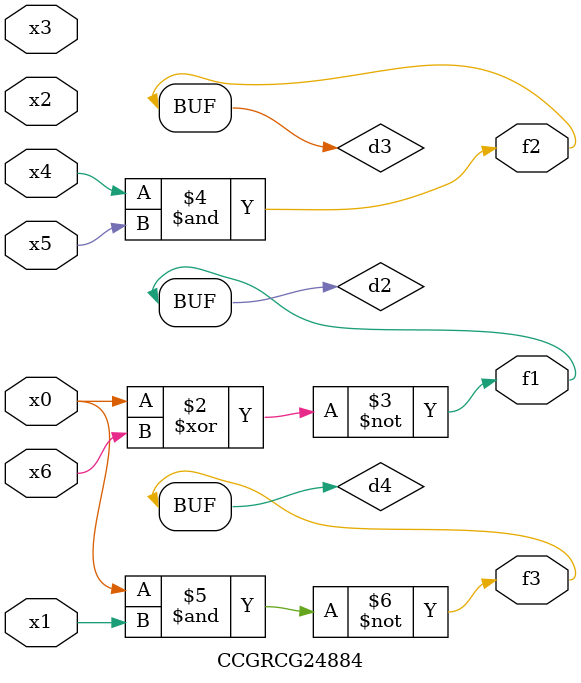
<source format=v>
module CCGRCG24884(
	input x0, x1, x2, x3, x4, x5, x6,
	output f1, f2, f3
);

	wire d1, d2, d3, d4;

	nor (d1, x0);
	xnor (d2, x0, x6);
	and (d3, x4, x5);
	nand (d4, x0, x1);
	assign f1 = d2;
	assign f2 = d3;
	assign f3 = d4;
endmodule

</source>
